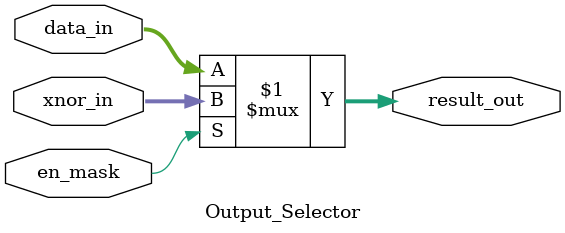
<source format=sv>
module Masked_XNOR(
    input en_mask,
    input [3:0] mask, data,
    output [3:0] res
);
    // Internal signals
    wire [3:0] xnor_result;
    
    // Instantiate XOR operation module
    XOR_Operation xor_op (
        .data_in(data),
        .mask_in(mask),
        .xnor_out(xnor_result)
    );
    
    // Instantiate output selection module
    Output_Selector out_sel (
        .en_mask(en_mask),
        .data_in(data),
        .xnor_in(xnor_result),
        .result_out(res)
    );
endmodule

// Module for the XNOR operation
module XOR_Operation (
    input [3:0] data_in,
    input [3:0] mask_in,
    output [3:0] xnor_out
);
    // Calculate XNOR result 
    assign xnor_out = ~(data_in ^ mask_in);
endmodule

// Module for selecting the output based on en_mask
module Output_Selector (
    input en_mask,
    input [3:0] data_in,
    input [3:0] xnor_in,
    output [3:0] result_out
);
    // Select between original data and XNOR result
    assign result_out = en_mask ? xnor_in : data_in;
endmodule
</source>
